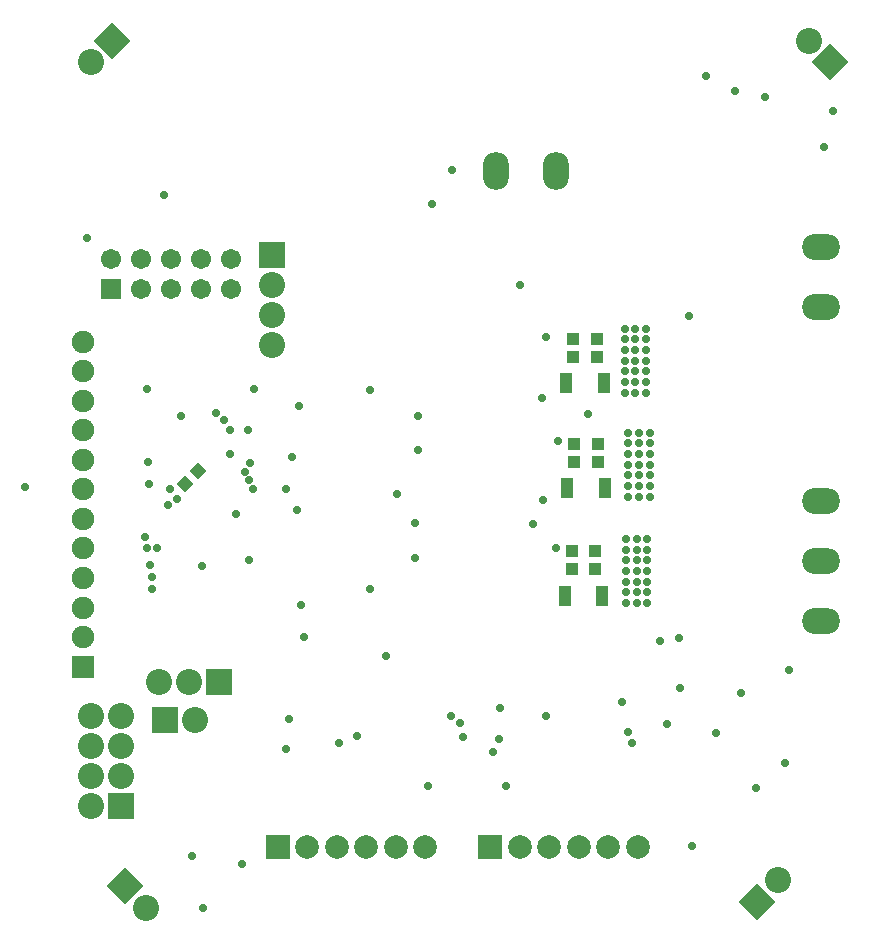
<source format=gbr>
G04*
G04 #@! TF.GenerationSoftware,Altium Limited,Altium Designer,22.4.2 (48)*
G04*
G04 Layer_Color=16711935*
%FSLAX44Y44*%
%MOMM*%
G71*
G04*
G04 #@! TF.SameCoordinates,72DCB881-4164-4183-B9F3-641E9368B05D*
G04*
G04*
G04 #@! TF.FilePolarity,Negative*
G04*
G01*
G75*
%ADD50R,1.0000X1.0000*%
%ADD70C,1.9032*%
%ADD71R,1.9032X1.9032*%
%ADD72C,2.2032*%
%ADD73P,3.1158X4X270.0*%
%ADD74O,3.2032X2.2032*%
%ADD75P,3.1158X4X180.0*%
%ADD76C,2.0032*%
%ADD77R,2.0032X2.0032*%
%ADD78R,2.2032X2.2032*%
%ADD79R,2.2032X2.2032*%
%ADD80R,1.7032X1.7032*%
%ADD81C,1.7032*%
%ADD82O,2.2032X3.2032*%
%ADD83C,0.7032*%
%ADD107R,1.1032X1.8032*%
%ADD108P,1.4142X4X270.0*%
D50*
X440000Y392500D02*
D03*
Y407500D02*
D03*
X460000Y392500D02*
D03*
Y407500D02*
D03*
X441000Y303500D02*
D03*
Y318500D02*
D03*
X461000Y303500D02*
D03*
Y318500D02*
D03*
X439000Y212500D02*
D03*
Y227500D02*
D03*
X459000Y212500D02*
D03*
Y227500D02*
D03*
D70*
X25000Y405000D02*
D03*
Y380000D02*
D03*
Y305000D02*
D03*
Y280000D02*
D03*
Y255000D02*
D03*
Y230000D02*
D03*
Y155000D02*
D03*
Y180000D02*
D03*
Y205000D02*
D03*
Y330000D02*
D03*
Y355000D02*
D03*
D71*
Y130000D02*
D03*
D72*
X640000Y660000D02*
D03*
X613980Y-51020D02*
D03*
X78980Y-73980D02*
D03*
X120000Y85000D02*
D03*
X89600Y117000D02*
D03*
X115000D02*
D03*
X57700Y37300D02*
D03*
X32300Y11900D02*
D03*
Y37300D02*
D03*
Y62700D02*
D03*
X57700D02*
D03*
X32300Y88100D02*
D03*
X57700D02*
D03*
X185000Y427300D02*
D03*
Y401900D02*
D03*
Y452700D02*
D03*
X32039Y642039D02*
D03*
D73*
X657961D02*
D03*
X61020Y-56020D02*
D03*
D74*
X650000Y270000D02*
D03*
Y219200D02*
D03*
Y168400D02*
D03*
Y485400D02*
D03*
Y434600D02*
D03*
D75*
X596020Y-68980D02*
D03*
X50000Y660000D02*
D03*
D76*
X470000Y-22500D02*
D03*
X445000D02*
D03*
X420000D02*
D03*
X395000D02*
D03*
X495000D02*
D03*
X290000D02*
D03*
X315000D02*
D03*
X215000D02*
D03*
X240000D02*
D03*
X265000D02*
D03*
D77*
X370000D02*
D03*
X190000D02*
D03*
D78*
X94600Y85000D02*
D03*
X140400Y117000D02*
D03*
D79*
X57700Y11900D02*
D03*
X185000Y478100D02*
D03*
D80*
X49200Y450000D02*
D03*
D81*
Y475400D02*
D03*
X74600Y450000D02*
D03*
Y475400D02*
D03*
X100000Y450000D02*
D03*
Y475400D02*
D03*
X125400Y450000D02*
D03*
Y475400D02*
D03*
X150800Y450000D02*
D03*
Y475400D02*
D03*
D82*
X425400Y550000D02*
D03*
X374600D02*
D03*
D83*
X541000Y-22000D02*
D03*
X561000Y74000D02*
D03*
X487000Y75000D02*
D03*
X490000Y65000D02*
D03*
X538000Y427000D02*
D03*
X405890Y251020D02*
D03*
X291000Y276000D02*
D03*
X127000Y-74000D02*
D03*
X160000Y-37000D02*
D03*
X395000Y453000D02*
D03*
X623000Y127000D02*
D03*
X620000Y48000D02*
D03*
X94000Y529000D02*
D03*
X417000Y88000D02*
D03*
X268000Y196000D02*
D03*
X212000Y155000D02*
D03*
X-24000Y282000D02*
D03*
X208000Y351000D02*
D03*
X210000Y182000D02*
D03*
X338000Y550040D02*
D03*
X321000Y522000D02*
D03*
X81000Y285000D02*
D03*
X96980Y266980D02*
D03*
X99000Y280000D02*
D03*
X105000Y272000D02*
D03*
X206000Y263000D02*
D03*
X155000Y259000D02*
D03*
X108000Y342000D02*
D03*
X82000Y216000D02*
D03*
X197000Y60000D02*
D03*
X582000Y108000D02*
D03*
X514000Y152000D02*
D03*
X378000Y95000D02*
D03*
X79000Y365000D02*
D03*
X150000Y310000D02*
D03*
Y330000D02*
D03*
X257000Y70980D02*
D03*
X482000Y100000D02*
D03*
X242000Y65000D02*
D03*
X503000Y229000D02*
D03*
Y220000D02*
D03*
Y238000D02*
D03*
Y211000D02*
D03*
X494000Y202000D02*
D03*
Y211000D02*
D03*
Y238000D02*
D03*
Y229000D02*
D03*
X485000D02*
D03*
X494000Y220000D02*
D03*
X485000Y202000D02*
D03*
Y220000D02*
D03*
X503000Y202000D02*
D03*
X494000Y193000D02*
D03*
X485000D02*
D03*
X503000D02*
D03*
Y184000D02*
D03*
X494000D02*
D03*
X485000Y238000D02*
D03*
X425483Y230483D02*
D03*
X485000Y211000D02*
D03*
Y184000D02*
D03*
X505000Y328000D02*
D03*
Y319000D02*
D03*
X496000Y328000D02*
D03*
Y319000D02*
D03*
X505000Y310000D02*
D03*
Y301000D02*
D03*
X496000Y310000D02*
D03*
Y301000D02*
D03*
X487000Y328000D02*
D03*
Y319000D02*
D03*
X427000Y321000D02*
D03*
X487000Y301000D02*
D03*
Y292000D02*
D03*
Y310000D02*
D03*
X505000Y283000D02*
D03*
Y274000D02*
D03*
X496000Y292000D02*
D03*
X505000D02*
D03*
X487000Y283000D02*
D03*
X496000D02*
D03*
Y274000D02*
D03*
X487000D02*
D03*
X268000Y364000D02*
D03*
X502000Y407000D02*
D03*
Y398000D02*
D03*
Y416000D02*
D03*
X493000Y389000D02*
D03*
X502000D02*
D03*
Y380000D02*
D03*
X493000D02*
D03*
Y416000D02*
D03*
X484000Y407000D02*
D03*
Y416000D02*
D03*
X493000Y407000D02*
D03*
Y398000D02*
D03*
X484000Y389000D02*
D03*
X493000Y371000D02*
D03*
X502000D02*
D03*
X484000D02*
D03*
X493000Y362000D02*
D03*
X502000D02*
D03*
X484000D02*
D03*
Y398000D02*
D03*
Y380000D02*
D03*
X417000Y409000D02*
D03*
X165000Y330000D02*
D03*
X145000Y339000D02*
D03*
X126000Y214980D02*
D03*
X282000Y139000D02*
D03*
X202500Y307500D02*
D03*
X165500Y220000D02*
D03*
X169000Y280000D02*
D03*
X317000Y29000D02*
D03*
X520000Y81000D02*
D03*
X531000Y112000D02*
D03*
X530000Y153964D02*
D03*
X377017Y68983D02*
D03*
X337000Y88060D02*
D03*
X344050Y82050D02*
D03*
X347000Y70000D02*
D03*
X83940Y196000D02*
D03*
X200000Y86000D02*
D03*
X372000Y58000D02*
D03*
X383000Y29000D02*
D03*
X84000Y206000D02*
D03*
X29000Y493000D02*
D03*
X137500Y345000D02*
D03*
X166000Y288000D02*
D03*
X162000Y295000D02*
D03*
X167000Y302000D02*
D03*
X453000Y344000D02*
D03*
X595020Y27480D02*
D03*
X309000Y313000D02*
D03*
Y342000D02*
D03*
X414000Y357000D02*
D03*
X415000Y271000D02*
D03*
X306000Y252000D02*
D03*
Y222000D02*
D03*
X79000Y230000D02*
D03*
X77489Y240000D02*
D03*
X87500Y230000D02*
D03*
X117500Y-30000D02*
D03*
X80000Y303000D02*
D03*
X552500Y630000D02*
D03*
X577500Y617500D02*
D03*
X602500Y612500D02*
D03*
X660000Y600000D02*
D03*
X652500Y570000D02*
D03*
X197500Y280000D02*
D03*
X170000Y365000D02*
D03*
D107*
X435000Y281000D02*
D03*
X467000D02*
D03*
X466000Y370000D02*
D03*
X434000D02*
D03*
X465000Y190000D02*
D03*
X433000D02*
D03*
D108*
X111697Y284697D02*
D03*
X122303Y295303D02*
D03*
M02*

</source>
